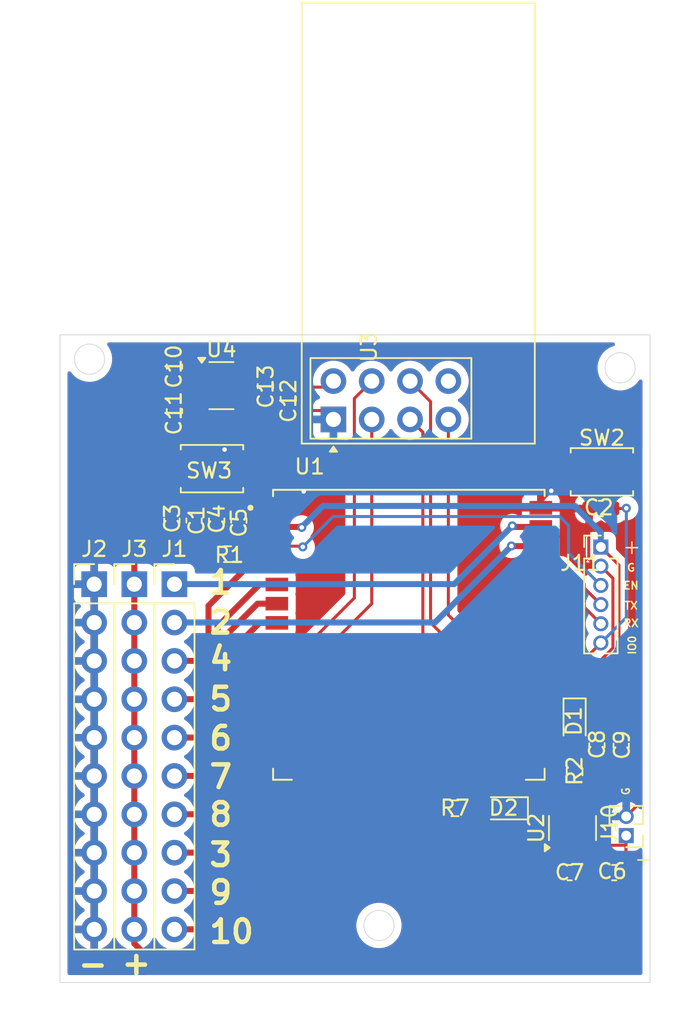
<source format=kicad_pcb>
(kicad_pcb (version 20241229) (generator "pcbnew") (generator_version "9.0")
  (layers (0 "F.Cu" signal) (2 "B.Cu" signal) (13 "F.Paste" user) (15 "B.Paste" user) (5 "F.SilkS" user "F.Silkscreen") (7 "B.SilkS" user "B.Silkscreen") (1 "F.Mask" user) (3 "B.Mask" user) (25 "Edge.Cuts" user))
  (net 0 "")
  (net 1 "/EN")
  (net 2 "GND")
  (net 3 "/IO0")
  (net 4 "+3V3")
  (net 5 "+5V")
  (net 6 "+3.3VA")
  (net 7 "Net-(D1-A)")
  (net 8 "Net-(D2-A)")
  (net 9 "Net-(J1-Pin_5)")
  (net 10 "Net-(J1-Pin_10)")
  (net 11 "Net-(J1-Pin_8)")
  (net 12 "Net-(J1-Pin_6)")
  (net 13 "Net-(J1-Pin_7)")
  (net 14 "Net-(J1-Pin_9)")
  (net 15 "Net-(J1-Pin_2)")
  (net 16 "Net-(J1-Pin_3)")
  (net 17 "Net-(J1-Pin_1)")
  (net 18 "Net-(J1-Pin_4)")
  (net 19 "Net-(J11-Pin_4)")
  (net 20 "Net-(J11-Pin_5)")
  (net 21 "Net-(U1-IO14)")
  (net 22 "/CSN")
  (net 32 "/CE")
  (net 33 "/MISO")
  (net 40 "/SCK")
  (net 43 "/MOSI")
  (footprint "LED_SMD:LED_0603_1608Metric_Pad1.05x0.95mm_HandSolder" (layer "F.Cu") (at 148.06 52.5925 -90)
    (property "Reference" "D1" (at -0.1525 0.05 90) (layer "F.SilkS"))
    (property "Value" "LED")
    (pad "1" smd roundrect (at -0.875 0 270) (size 1.05 0.95) (layers "F.Cu" "F.Mask" "F.Paste") (net 2 "GND"))
    (pad "2" smd roundrect (at 0.875 0 270) (size 1.05 0.95) (layers "F.Cu" "F.Mask" "F.Paste") (net 7 "Net-(D1-A)"))
  )
  (footprint "Connector_PinHeader_1.27mm:PinHeader_1x02_P1.27mm_Vertical" (layer "F.Cu") (at 151.48 60.02 180)
    (property "Reference" "J10" (at 1.11 0.76 90) (layer "F.SilkS"))
    (property "Value" "BAT")
    (pad "1" thru_hole rect (at 0 0 180) (size 1 1) (drill 0.65) (layers "*.Cu" "*.Mask") (net 5 "+5V"))
    (pad "2" thru_hole oval (at 0 1.27 180) (size 1 1) (drill 0.65) (layers "*.Cu" "*.Mask") (net 2 "GND"))
  )
  (footprint "ESP32-S3-WROOM-1U:XCVR_ESP32-S3-WROOM-1U" (layer "F.Cu") (at 137.07 46.72)
    (property "Reference" "U1" (at -6.575 -11.135 0) (layer "F.SilkS"))
    (property "Value" "ESP32-S3-WROOM-1U")
    (pad "1" smd rect (at -8.75 -8.41) (size 1.5 0.9) (layers "F.Cu" "F.Mask" "F.Paste") (net 2 "GND"))
    (pad "2" smd rect (at -8.75 -7.14) (size 1.5 0.9) (layers "F.Cu" "F.Mask" "F.Paste") (net 4 "+3V3"))
    (pad "3" smd rect (at -8.75 -5.87) (size 1.5 0.9) (layers "F.Cu" "F.Mask" "F.Paste") (net 1 "/EN"))
    (pad "4" smd rect (at -8.75 -4.6) (size 1.5 0.9) (layers "F.Cu" "F.Mask" "F.Paste") (net 16 "Net-(J1-Pin_3)"))
    (pad "5" smd rect (at -8.75 -3.33) (size 1.5 0.9) (layers "F.Cu" "F.Mask" "F.Paste") (net 18 "Net-(J1-Pin_4)"))
    (pad "6" smd rect (at -8.75 -2.06) (size 1.5 0.9) (layers "F.Cu" "F.Mask" "F.Paste") (net 9 "Net-(J1-Pin_5)"))
    (pad "7" smd rect (at -8.75 -0.79) (size 1.5 0.9) (layers "F.Cu" "F.Mask" "F.Paste") (net 12 "Net-(J1-Pin_6)"))
    (pad "8" smd rect (at -8.75 0.48) (size 1.5 0.9) (layers "F.Cu" "F.Mask" "F.Paste"))
    (pad "9" smd rect (at -8.75 1.75) (size 1.5 0.9) (layers "F.Cu" "F.Mask" "F.Paste") (net 22 "/CSN"))
    (pad "10" smd rect (at -8.75 3.02) (size 1.5 0.9) (layers "F.Cu" "F.Mask" "F.Paste") (net 32 "/CE"))
    (pad "11" smd rect (at -8.75 4.29) (size 1.5 0.9) (layers "F.Cu" "F.Mask" "F.Paste"))
    (pad "12" smd rect (at -8.75 5.56) (size 1.5 0.9) (layers "F.Cu" "F.Mask" "F.Paste") (net 13 "Net-(J1-Pin_7)"))
    (pad "13" smd rect (at -8.75 6.83) (size 1.5 0.9) (layers "F.Cu" "F.Mask" "F.Paste"))
    (pad "14" smd rect (at -8.75 8.1) (size 1.5 0.9) (layers "F.Cu" "F.Mask" "F.Paste"))
    (pad "15" smd rect (at -6.985 9.35) (size 0.9 1.5) (layers "F.Cu" "F.Mask" "F.Paste") (net 11 "Net-(J1-Pin_8)"))
    (pad "16" smd rect (at -5.715 9.35) (size 0.9 1.5) (layers "F.Cu" "F.Mask" "F.Paste"))
    (pad "17" smd rect (at -4.445 9.35) (size 0.9 1.5) (layers "F.Cu" "F.Mask" "F.Paste") (net 14 "Net-(J1-Pin_9)"))
    (pad "18" smd rect (at -3.175 9.35) (size 0.9 1.5) (layers "F.Cu" "F.Mask" "F.Paste") (net 10 "Net-(J1-Pin_10)"))
    (pad "19" smd rect (at -1.905 9.35) (size 0.9 1.5) (layers "F.Cu" "F.Mask" "F.Paste"))
    (pad "20" smd rect (at -0.635 9.35) (size 0.9 1.5) (layers "F.Cu" "F.Mask" "F.Paste"))
    (pad "21" smd rect (at 0.635 9.35) (size 0.9 1.5) (layers "F.Cu" "F.Mask" "F.Paste"))
    (pad "22" smd rect (at 1.905 9.35) (size 0.9 1.5) (layers "F.Cu" "F.Mask" "F.Paste") (net 21 "Net-(U1-IO14)"))
    (pad "23" smd rect (at 3.175 9.35) (size 0.9 1.5) (layers "F.Cu" "F.Mask" "F.Paste"))
    (pad "24" smd rect (at 4.445 9.35) (size 0.9 1.5) (layers "F.Cu" "F.Mask" "F.Paste"))
    (pad "25" smd rect (at 5.715 9.35) (size 0.9 1.5) (layers "F.Cu" "F.Mask" "F.Paste"))
    (pad "26" smd rect (at 6.985 9.35) (size 0.9 1.5) (layers "F.Cu" "F.Mask" "F.Paste"))
    (pad "27" smd rect (at 8.75 8.1) (size 1.5 0.9) (layers "F.Cu" "F.Mask" "F.Paste") (net 3 "/IO0"))
    (pad "28" smd rect (at 8.75 6.83) (size 1.5 0.9) (layers "F.Cu" "F.Mask" "F.Paste") (net 40 "/SCK"))
    (pad "29" smd rect (at 8.75 5.56) (size 1.5 0.9) (layers "F.Cu" "F.Mask" "F.Paste") (net 43 "/MOSI"))
    (pad "30" smd rect (at 8.75 4.29) (size 1.5 0.9) (layers "F.Cu" "F.Mask" "F.Paste") (net 33 "/MISO"))
    (pad "31" smd rect (at 8.75 3.02) (size 1.5 0.9) (layers "F.Cu" "F.Mask" "F.Paste"))
    (pad "32" smd rect (at 8.75 1.75) (size 1.5 0.9) (layers "F.Cu" "F.Mask" "F.Paste"))
    (pad "33" smd rect (at 8.75 0.48) (size 1.5 0.9) (layers "F.Cu" "F.Mask" "F.Paste"))
    (pad "34" smd rect (at 8.75 -0.79) (size 1.5 0.9) (layers "F.Cu" "F.Mask" "F.Paste"))
    (pad "35" smd rect (at 8.75 -2.06) (size 1.5 0.9) (layers "F.Cu" "F.Mask" "F.Paste"))
    (pad "36" smd rect (at 8.75 -3.33) (size 1.5 0.9) (layers "F.Cu" "F.Mask" "F.Paste") (net 20 "Net-(J11-Pin_5)"))
    (pad "37" smd rect (at 8.75 -4.6) (size 1.5 0.9) (layers "F.Cu" "F.Mask" "F.Paste") (net 19 "Net-(J11-Pin_4)"))
    (pad "38" smd rect (at 8.75 -5.87) (size 1.5 0.9) (layers "F.Cu" "F.Mask" "F.Paste") (net 15 "Net-(J1-Pin_2)"))
    (pad "39" smd rect (at 8.75 -7.14) (size 1.5 0.9) (layers "F.Cu" "F.Mask" "F.Paste") (net 17 "Net-(J1-Pin_1)"))
    (pad "40" smd rect (at 8.75 -8.41) (size 1.5 0.9) (layers "F.Cu" "F.Mask" "F.Paste") (net 2 "GND"))
  )
  (footprint "Package_TO_SOT_SMD:SOT-23-5" (layer "F.Cu") (at 147.92 59.52 90)
    (property "Reference" "U2" (at 0 -2.4 90) (layer "F.SilkS"))
    (property "Value" "MIC5219-3.3YM5")
    (pad "1" smd roundrect (at -1.1375 -0.95 90) (size 1.325 0.6) (layers "F.Cu" "F.Mask" "F.Paste") (net 5 "+5V"))
    (pad "2" smd roundrect (at -1.1375 0 90) (size 1.325 0.6) (layers "F.Cu" "F.Mask" "F.Paste") (net 2 "GND"))
    (pad "3" smd roundrect (at -1.1375 0.95 90) (size 1.325 0.6) (layers "F.Cu" "F.Mask" "F.Paste") (net 5 "+5V"))
    (pad "4" smd roundrect (at 1.1375 0.95 90) (size 1.325 0.6) (layers "F.Cu" "F.Mask" "F.Paste"))
    (pad "5" smd roundrect (at 1.1375 -0.95 90) (size 1.325 0.6) (layers "F.Cu" "F.Mask" "F.Paste") (net 4 "+3V3"))
  )
  (footprint "Capacitor_SMD:C_0603_1608Metric" (layer "F.Cu") (at 122.83 39.15 90)
    (property "Reference" "C1" (at 0 0.17 90) (layer "F.SilkS"))
    (property "Value" "1uF")
    (pad "1" smd roundrect (at -0.775 0 90) (size 0.9 0.95) (layers "F.Cu" "F.Mask" "F.Paste") (net 1 "/EN"))
    (pad "2" smd roundrect (at 0.775 0 90) (size 0.9 0.95) (layers "F.Cu" "F.Mask" "F.Paste") (net 2 "GND"))
  )
  (footprint "Capacitor_SMD:C_0603_1608Metric" (layer "F.Cu") (at 149.8 38.36 180)
    (property "Reference" "C2" (at 0.14058 0.07 0) (layer "F.SilkS"))
    (property "Value" "0.1uF")
    (pad "1" smd roundrect (at -0.775 0 180) (size 0.9 0.95) (layers "F.Cu" "F.Mask" "F.Paste") (net 3 "/IO0"))
    (pad "2" smd roundrect (at 0.775 0 180) (size 0.9 0.95) (layers "F.Cu" "F.Mask" "F.Paste") (net 2 "GND"))
  )
  (footprint "Capacitor_SMD:C_0603_1608Metric" (layer "F.Cu") (at 121.53 28.96 -90)
    (property "Reference" "C10" (at 0 0.04 90) (layer "F.SilkS"))
    (property "Value" "0.1uF")
    (pad "1" smd roundrect (at -0.775 0 270) (size 0.9 0.95) (layers "F.Cu" "F.Mask" "F.Paste") (net 5 "+5V"))
    (pad "2" smd roundrect (at 0.775 0 270) (size 0.9 0.95) (layers "F.Cu" "F.Mask" "F.Paste") (net 2 "GND"))
  )
  (footprint "LED_SMD:LED_0603_1608Metric_Pad1.05x0.95mm_HandSolder" (layer "F.Cu") (at 143.305 58.21 180)
    (property "Reference" "D2" (at -0.045 0.03 0) (layer "F.SilkS"))
    (property "Value" "LED")
    (pad "1" smd roundrect (at -0.875 0 180) (size 1.05 0.95) (layers "F.Cu" "F.Mask" "F.Paste") (net 2 "GND"))
    (pad "2" smd roundrect (at 0.875 0 180) (size 1.05 0.95) (layers "F.Cu" "F.Mask" "F.Paste") (net 8 "Net-(D2-A)"))
  )
  (footprint "Resistor_SMD:R_0603_1608Metric" (layer "F.Cu") (at 148.06 55.79 90)
    (property "Reference" "R2" (at 0.05 0 90) (layer "F.SilkS"))
    (property "Value" "10K")
    (pad "1" smd roundrect (at -0.825 0 90) (size 0.8 0.95) (layers "F.Cu" "F.Mask" "F.Paste") (net 4 "+3V3"))
    (pad "2" smd roundrect (at 0.825 0 90) (size 0.8 0.95) (layers "F.Cu" "F.Mask" "F.Paste") (net 7 "Net-(D1-A)"))
  )
  (footprint "Package_TO_SOT_SMD:SOT-23-5" (layer "F.Cu") (at 124.6425 30.22)
    (property "Reference" "U4" (at 0 -2.4 0) (layer "F.SilkS"))
    (property "Value" "MIC5219-3.3YM5")
    (pad "1" smd roundrect (at -1.1375 -0.95) (size 1.325 0.6) (layers "F.Cu" "F.Mask" "F.Paste") (net 5 "+5V"))
    (pad "2" smd roundrect (at -1.1375 0) (size 1.325 0.6) (layers "F.Cu" "F.Mask" "F.Paste") (net 2 "GND"))
    (pad "3" smd roundrect (at -1.1375 0.95) (size 1.325 0.6) (layers "F.Cu" "F.Mask" "F.Paste") (net 5 "+5V"))
    (pad "4" smd roundrect (at 1.1375 0.95) (size 1.325 0.6) (layers "F.Cu" "F.Mask" "F.Paste"))
    (pad "5" smd roundrect (at 1.1375 -0.95) (size 1.325 0.6) (layers "F.Cu" "F.Mask" "F.Paste") (net 6 "+3.3VA"))
  )
  (footprint "Capacitor_SMD:C_0603_1608Metric" (layer "F.Cu") (at 121.53 31.915 90)
    (property "Reference" "C11" (at -0.14058 -0.04 90) (layer "F.SilkS"))
    (property "Value" "0.1uF")
    (pad "1" smd roundrect (at -0.775 0 90) (size 0.9 0.95) (layers "F.Cu" "F.Mask" "F.Paste") (net 5 "+5V"))
    (pad "2" smd roundrect (at 0.775 0 90) (size 0.9 0.95) (layers "F.Cu" "F.Mask" "F.Paste") (net 2 "GND"))
  )
  (footprint "Capacitor_SMD:C_0603_1608Metric" (layer "F.Cu") (at 149.54 54.04 90)
    (property "Reference" "C8" (at 0.06 0.01 90) (layer "F.SilkS"))
    (property "Value" "0.1uF")
    (pad "1" smd roundrect (at -0.775 0 90) (size 0.9 0.95) (layers "F.Cu" "F.Mask" "F.Paste") (net 4 "+3V3"))
    (pad "2" smd roundrect (at 0.775 0 90) (size 0.9 0.95) (layers "F.Cu" "F.Mask" "F.Paste") (net 2 "GND"))
  )
  (footprint "Button_Switch_SMD:SW_Push_SPST_NO_Alps_SKRK" (layer "F.Cu") (at 149.87 35.93)
    (property "Reference" "SW2" (at 0 -2.25 0) (layer "F.SilkS"))
    (property "Value" "SW_Push")
    (pad "1" smd roundrect (at -2.1 0) (size 0.8 2) (layers "F.Cu" "F.Mask" "F.Paste") (net 2 "GND"))
    (pad "2" smd roundrect (at 2.1 0) (size 0.8 2) (layers "F.Cu" "F.Mask" "F.Paste") (net 3 "/IO0"))
  )
  (footprint "Resistor_SMD:R_0603_1608Metric" (layer "F.Cu") (at 140.13 58.21)
    (property "Reference" "R7" (at 0 -0.03 0) (layer "F.SilkS"))
    (property "Value" "10K")
    (pad "1" smd roundrect (at -0.825 0) (size 0.8 0.95) (layers "F.Cu" "F.Mask" "F.Paste") (net 21 "Net-(U1-IO14)"))
    (pad "2" smd roundrect (at 0.825 0) (size 0.8 0.95) (layers "F.Cu" "F.Mask" "F.Paste") (net 8 "Net-(D2-A)"))
  )
  (footprint "Capacitor_SMD:C_0603_1608Metric" (layer "F.Cu") (at 129.08 31.095 -90)
    (property "Reference" "C12" (at 0.14058 -0.01 90) (layer "F.SilkS"))
    (property "Value" "0.1uF")
    (pad "1" smd roundrect (at -0.775 0 270) (size 0.9 0.95) (layers "F.Cu" "F.Mask" "F.Paste") (net 6 "+3.3VA"))
    (pad "2" smd roundrect (at 0.775 0 270) (size 0.9 0.95) (layers "F.Cu" "F.Mask" "F.Paste") (net 2 "GND"))
  )
  (footprint "Capacitor_SMD:C_0603_1608Metric" (layer "F.Cu") (at 147.73 62.47)
    (property "Reference" "C7" (at 0 -0.02 0) (layer "F.SilkS"))
    (property "Value" "0.1uF")
    (pad "1" smd roundrect (at -0.775 0) (size 0.9 0.95) (layers "F.Cu" "F.Mask" "F.Paste") (net 5 "+5V"))
    (pad "2" smd roundrect (at 0.775 0) (size 0.9 0.95) (layers "F.Cu" "F.Mask" "F.Paste") (net 2 "GND"))
  )
  (footprint "Capacitor_SMD:C_0603_1608Metric" (layer "F.Cu") (at 151.15 54.06 90)
    (property "Reference" "C9" (at 0.04 0.05 90) (layer "F.SilkS"))
    (property "Value" "0.1uF")
    (pad "1" smd roundrect (at -0.775 0 90) (size 0.9 0.95) (layers "F.Cu" "F.Mask" "F.Paste") (net 4 "+3V3"))
    (pad "2" smd roundrect (at 0.775 0 90) (size 0.9 0.95) (layers "F.Cu" "F.Mask" "F.Paste") (net 2 "GND"))
  )
  (footprint "Button_Switch_SMD:SW_Push_SPST_NO_Alps_SKRK" (layer "F.Cu") (at 124.02 35.72 180)
    (property "Reference" "SW3" (at 0.19 -0.13 0) (layer "F.SilkS"))
    (property "Value" "SW_Push")
    (pad "1" smd roundrect (at -2.1 0 180) (size 0.8 2) (layers "F.Cu" "F.Mask" "F.Paste") (net 2 "GND"))
    (pad "2" smd roundrect (at 2.1 0 180) (size 0.8 2) (layers "F.Cu" "F.Mask" "F.Paste") (net 1 "/EN"))
  )
  (footprint "Connector_PinHeader_2.54mm:PinHeader_1x10_P2.54mm_Vertical" (layer "F.Cu") (at 118.87 43.37)
    (property "Reference" "J3" (at 0 -2.33 0) (layer "F.SilkS"))
    (property "Value" "Conn_01x10_Pin")
    (pad "1" thru_hole rect (at 0 0) (size 1.7 1.7) (drill 1) (layers "*.Cu" "*.Mask") (net 5 "+5V"))
    (pad "2" thru_hole oval (at 0 2.54) (size 1.7 1.7) (drill 1) (layers "*.Cu" "*.Mask") (net 5 "+5V"))
    (pad "3" thru_hole oval (at 0 5.08) (size 1.7 1.7) (drill 1) (layers "*.Cu" "*.Mask") (net 5 "+5V"))
    (pad "4" thru_hole oval (at 0 7.62) (size 1.7 1.7) (drill 1) (layers "*.Cu" "*.Mask") (net 5 "+5V"))
    (pad "5" thru_hole oval (at 0 10.16) (size 1.7 1.7) (drill 1) (layers "*.Cu" "*.Mask") (net 5 "+5V"))
    (pad "6" thru_hole oval (at 0 12.7) (size 1.7 1.7) (drill 1) (layers "*.Cu" "*.Mask") (net 5 "+5V"))
    (pad "7" thru_hole oval (at 0 15.24) (size 1.7 1.7) (drill 1) (layers "*.Cu" "*.Mask") (net 5 "+5V"))
    (pad "8" thru_hole oval (at 0 17.78) (size 1.7 1.7) (drill 1) (layers "*.Cu" "*.Mask") (net 5 "+5V"))
    (pad "9" thru_hole oval (at 0 20.32) (size 1.7 1.7) (drill 1) (layers "*.Cu" "*.Mask") (net 5 "+5V"))
    (pad "10" thru_hole oval (at 0 22.86) (size 1.7 1.7) (drill 1) (layers "*.Cu" "*.Mask") (net 5 "+5V"))
  )
  (footprint "Connector_PinHeader_2.54mm:PinHeader_1x10_P2.54mm_Vertical" (layer "F.Cu") (at 116.21 43.37)
    (property "Reference" "J2" (at 0 -2.33 0) (layer "F.SilkS"))
    (property "Value" "Conn_01x10_Pin")
    (pad "1" thru_hole rect (at 0 0) (size 1.7 1.7) (drill 1) (layers "*.Cu" "*.Mask") (net 2 "GND"))
    (pad "2" thru_hole oval (at 0 2.54) (size 1.7 1.7) (drill 1) (layers "*.Cu" "*.Mask") (net 2 "GND"))
    (pad "3" thru_hole oval (at 0 5.08) (size 1.7 1.7) (drill 1) (layers "*.Cu" "*.Mask") (net 2 "GND"))
    (pad "4" thru_hole oval (at 0 7.62) (size 1.7 1.7) (drill 1) (layers "*.Cu" "*.Mask") (net 2 "GND"))
    (pad "5" thru_hole oval (at 0 10.16) (size 1.7 1.7) (drill 1) (layers "*.Cu" "*.Mask") (net 2 "GND"))
    (pad "6" thru_hole oval (at 0 12.7) (size 1.7 1.7) (drill 1) (layers "*.Cu" "*.Mask") (net 2 "GND"))
    (pad "7" thru_hole oval (at 0 15.24) (size 1.7 1.7) (drill 1) (layers "*.Cu" "*.Mask") (net 2 "GND"))
    (pad "8" thru_hole oval (at 0 17.78) (size 1.7 1.7) (drill 1) (layers "*.Cu" "*.Mask") (net 2 "GND"))
    (pad "9" thru_hole oval (at 0 20.32) (size 1.7 1.7) (drill 1) (layers "*.Cu" "*.Mask") (net 2 "GND"))
    (pad "10" thru_hole oval (at 0 22.86) (size 1.7 1.7) (drill 1) (layers "*.Cu" "*.Mask") (net 2 "GND"))
  )
  (footprint "Connector_PinHeader_2.54mm:PinHeader_1x10_P2.54mm_Vertical" (layer "F.Cu") (at 121.53 43.37)
    (property "Reference" "J1" (at 0 -2.33 0) (layer "F.SilkS"))
    (property "Value" "Conn_01x10_Pin")
    (pad "1" thru_hole rect (at 0 0) (size 1.7 1.7) (drill 1) (layers "*.Cu" "*.Mask") (net 17 "Net-(J1-Pin_1)"))
    (pad "2" thru_hole oval (at 0 2.54) (size 1.7 1.7) (drill 1) (layers "*.Cu" "*.Mask") (net 15 "Net-(J1-Pin_2)"))
    (pad "3" thru_hole oval (at 0 5.08) (size 1.7 1.7) (drill 1) (layers "*.Cu" "*.Mask") (net 16 "Net-(J1-Pin_3)"))
    (pad "4" thru_hole oval (at 0 7.62) (size 1.7 1.7) (drill 1) (layers "*.Cu" "*.Mask") (net 18 "Net-(J1-Pin_4)"))
    (pad "5" thru_hole oval (at 0 10.16) (size 1.7 1.7) (drill 1) (layers "*.Cu" "*.Mask") (net 9 "Net-(J1-Pin_5)"))
    (pad "6" thru_hole oval (at 0 12.7) (size 1.7 1.7) (drill 1) (layers "*.Cu" "*.Mask") (net 12 "Net-(J1-Pin_6)"))
    (pad "7" thru_hole oval (at 0 15.24) (size 1.7 1.7) (drill 1) (layers "*.Cu" "*.Mask") (net 13 "Net-(J1-Pin_7)"))
    (pad "8" thru_hole oval (at 0 17.78) (size 1.7 1.7) (drill 1) (layers "*.Cu" "*.Mask") (net 11 "Net-(J1-Pin_8)"))
    (pad "9" thru_hole oval (at 0 20.32) (size 1.7 1.7) (drill 1) (layers "*.Cu" "*.Mask") (net 14 "Net-(J1-Pin_9)"))
    (pad "10" thru_hole oval (at 0 22.86) (size 1.7 1.7) (drill 1) (layers "*.Cu" "*.Mask") (net 10 "Net-(J1-Pin_10)"))
  )
  (footprint "Capacitor_SMD:C_0603_1608Metric" (layer "F.Cu") (at 121.36 39.16 90)
    (property "Reference" "C3" (at 0.14058 0.02 90) (layer "F.SilkS"))
    (property "Value" "0.1uF")
    (pad "1" smd roundrect (at -0.775 0 90) (size 0.9 0.95) (layers "F.Cu" "F.Mask" "F.Paste") (net 1 "/EN"))
    (pad "2" smd roundrect (at 0.775 0 90) (size 0.9 0.95) (layers "F.Cu" "F.Mask" "F.Paste") (net 2 "GND"))
  )
  (footprint "Capacitor_SMD:C_0603_1608Metric" (layer "F.Cu") (at 125.8 39.16 -90)
    (property "Reference" "C5" (at 0.14058 0 90) (layer "F.SilkS"))
    (property "Value" "22uF")
    (pad "1" smd roundrect (at -0.775 0 270) (size 0.9 0.95) (layers "F.Cu" "F.Mask" "F.Paste") (net 2 "GND"))
    (pad "2" smd roundrect (at 0.775 0 270) (size 0.9 0.95) (layers "F.Cu" "F.Mask" "F.Paste") (net 4 "+3V3"))
  )
  (footprint "Capacitor_SMD:C_0603_1608Metric" (layer "F.Cu") (at 124.33 39.155 -90)
    (property "Reference" "C4" (at -0.105 -0.01 90) (layer "F.SilkS"))
    (property "Value" "0.1uF")
    (pad "1" smd roundrect (at -0.775 0 270) (size 0.9 0.95) (layers "F.Cu" "F.Mask" "F.Paste") (net 2 "GND"))
    (pad "2" smd roundrect (at 0.775 0 270) (size 0.9 0.95) (layers "F.Cu" "F.Mask" "F.Paste") (net 4 "+3V3"))
  )
  (footprint "Connector_PinHeader_1.27mm:PinHeader_1x06_P1.27mm_Vertical" (layer "F.Cu") (at 149.8 40.91)
    (property "Reference" "J11" (at -1.36 1.06 0) (layer "F.SilkS"))
    (property "Value" "Conn_01x06_Pin")
    (pad "1" thru_hole rect (at 0 0) (size 1 1) (drill 0.65) (layers "*.Cu" "*.Mask") (net 4 "+3V3"))
    (pad "2" thru_hole oval (at 0 1.27) (size 1 1) (drill 0.65) (layers "*.Cu" "*.Mask") (net 2 "GND"))
    (pad "3" thru_hole oval (at 0 2.54) (size 1 1) (drill 0.65) (layers "*.Cu" "*.Mask") (net 1 "/EN"))
    (pad "4" thru_hole oval (at 0 3.81) (size 1 1) (drill 0.65) (layers "*.Cu" "*.Mask") (net 19 "Net-(J11-Pin_4)"))
    (pad "5" thru_hole oval (at 0 5.08) (size 1 1) (drill 0.65) (layers "*.Cu" "*.Mask") (net 20 "Net-(J11-Pin_5)"))
    (pad "6" thru_hole oval (at 0 6.35) (size 1 1) (drill 0.65) (layers "*.Cu" "*.Mask") (net 3 "/IO0"))
  )
  (footprint "Capacitor_SMD:C_0603_1608Metric" (layer "F.Cu") (at 150.69 62.47 180)
    (property "Reference" "C6" (at 0.14058 0.09 0) (layer "F.SilkS"))
    (property "Value" "0.1uF")
    (pad "1" smd roundrect (at -0.775 0 180) (size 0.9 0.95) (layers "F.Cu" "F.Mask" "F.Paste") (net 5 "+5V"))
    (pad "2" smd roundrect (at 0.775 0 180) (size 0.9 0.95) (layers "F.Cu" "F.Mask" "F.Paste") (net 2 "GND"))
  )
  (footprint "Resistor_SMD:R_0603_1608Metric" (layer "F.Cu") (at 125.05 41.38)
    (property "Reference" "R1" (at 0.12 0.06 0) (layer "F.SilkS"))
    (property "Value" "10K")
    (pad "1" smd roundrect (at -0.825 0) (size 0.8 0.95) (layers "F.Cu" "F.Mask" "F.Paste") (net 4 "+3V3"))
    (pad "2" smd roundrect (at 0.825 0) (size 0.8 0.95) (layers "F.Cu" "F.Mask" "F.Paste") (net 1 "/EN"))
  )
  (footprint "RF_Module:nRF24L01_Breakout" (layer "F.Cu") (at 132.07 32.46 90)
    (property "Reference" "U3" (at 4.79 2.36 90) (layer "F.SilkS"))
    (property "Value" "NRF24L01_Breakout")
    (pad "1" thru_hole rect (at 0 0 90) (size 1.7 1.7) (drill 1) (layers "*.Cu" "*.Mask") (net 2 "GND"))
    (pad "2" thru_hole circle (at 2.54 0 90) (size 1.7 1.7) (drill 1) (layers "*.Cu" "*.Mask") (net 6 "+3.3VA"))
    (pad "3" thru_hole circle (at 0 2.54 90) (size 1.7 1.7) (drill 1) (layers "*.Cu" "*.Mask") (net 32 "/CE"))
    (pad "4" thru_hole circle (at 2.54 2.54 90) (size 1.7 1.7) (drill 1) (layers "*.Cu" "*.Mask") (net 22 "/CSN"))
    (pad "5" thru_hole circle (at 0 5.08 90) (size 1.7 1.7) (drill 1) (layers "*.Cu" "*.Mask") (net 40 "/SCK"))
    (pad "6" thru_hole circle (at 2.54 5.08 90) (size 1.7 1.7) (drill 1) (layers "*.Cu" "*.Mask") (net 43 "/MOSI"))
    (pad "7" thru_hole circle (at 0 7.62 90) (size 1.7 1.7) (drill 1) (layers "*.Cu" "*.Mask") (net 33 "/MISO"))
    (pad "8" thru_hole circle (at 2.54 7.62 90) (size 1.7 1.7) (drill 1) (layers "*.Cu" "*.Mask"))
  )
  (footprint "Capacitor_SMD:C_0603_1608Metric" (layer "F.Cu") (at 127.56 30.25 -90)
    (property "Reference" "C13" (at 0.04 -0.02 90) (layer "F.SilkS"))
    (property "Value" "0.1uF")
    (pad "1" smd roundrect (at -0.775 0 270) (size 0.9 0.95) (layers "F.Cu" "F.Mask" "F.Paste") (net 6 "+3.3VA"))
    (pad "2" smd roundrect (at 0.775 0 270) (size 0.9 0.95) (layers "F.Cu" "F.Mask" "F.Paste") (net 2 "GND"))
  )
  (gr_rect (start 113.94 26.86) (end 153.06 69.75) (stroke (width 0.05)) (fill no) (layer "Edge.Cuts"))
  (gr_circle (center 115.9 28.47) (end 116.9 28.47) (stroke (width 0.05)) (fill no) (layer "Edge.Cuts"))
  (gr_circle (center 151.08 29.04) (end 152.08 29.04) (stroke (width 0.05)) (fill no) (layer "Edge.Cuts"))
  (gr_circle (center 135.09 65.97) (end 136.09 65.97) (stroke (width 0.05)) (fill no) (layer "Edge.Cuts"))
  (gr_text "7" (at 123.69 57 0) (layer "F.SilkS") (effects (font (size 1.5 1.5) (thickness 0.3) (bold yes)) (justify left bottom)))
  (gr_text "3" (at 123.69 62.17 0) (layer "F.SilkS") (effects (font (size 1.5 1.5) (thickness 0.3) (bold yes)) (justify left bottom)))
  (gr_text "1" (at 123.69 44.13 0) (layer "F.SilkS") (effects (font (size 1.5 1.5) (thickness 0.3) (bold yes)) (justify left bottom)))
  (gr_text "IO0\n" (at 152.17 48.09 90) (layer "F.SilkS") (effects (font (size 0.5 0.5) (thickness 0.1)) (justify left bottom)))
  (gr_text "6" (at 123.69 54.45 0) (layer "F.SilkS") (effects (font (size 1.5 1.5) (thickness 0.3) (bold yes)) (justify left bottom)))
  (gr_text "TX\n" (at 151.309429 45.08 0) (layer "F.SilkS") (effects (font (size 0.5 0.5) (thickness 0.1)) (justify left bottom)))
  (gr_text "-" (at 115 69.39 0) (layer "F.SilkS") (effects (font (size 1.5 1.5) (thickness 0.3) (bold yes)) (justify left bottom)))
  (gr_text "8" (at 123.69 59.5 0) (layer "F.SilkS") (effects (font (size 1.5 1.5) (thickness 0.3) (bold yes)) (justify left bottom)))
  (gr_text "4" (at 123.69 49.2 0) (layer "F.SilkS") (effects (font (size 1.5 1.5) (thickness 0.3) (bold yes)) (justify left bottom)))
  (gr_text "+" (at 117.88 69.33 0) (layer "F.SilkS") (effects (font (size 1.5 1.5) (thickness 0.3) (bold yes)) (justify left bottom)))
  (gr_text "EN" (at 151.249905 43.75 0) (layer "F.SilkS") (effects (font (size 0.5 0.5) (thickness 0.1) (bold yes)) (justify left bottom)))
  (gr_text "RX\n" (at 151.249905 46.25 0) (layer "F.SilkS") (effects (font (size 0.5 0.5) (thickness 0.1)) (justify left bottom)))
  (gr_text "5" (at 123.69 51.86 0) (layer "F.SilkS") (effects (font (size 1.5 1.5) (thickness 0.3) (bold yes)) (justify left bottom)))
  (gr_text "9" (at 123.69 64.67 0) (layer "F.SilkS") (effects (font (size 1.5 1.5) (thickness 0.3) (bold yes)) (justify left bottom)))
  (gr_text "G" (at 151.75 57.4 90) (layer "F.SilkS") (effects (font (size 0.5 0.5) (thickness 0.1)) (justify left bottom)))
  (gr_text "G" (at 151.488 42.57 0) (layer "F.SilkS") (effects (font (size 0.5 0.5) (thickness 0.1)) (justify left bottom)))
  (gr_text "2" (at 123.69 46.77 0) (layer "F.SilkS") (effects (font (size 1.5 1.5) (thickness 0.3) (bold yes)) (justify left bottom)))
  (gr_text "+" (at 151.168953 41.46 0) (layer "F.SilkS") (effects (font (size 1 1) (thickness 0.1)) (justify left bottom)))
  (gr_text "10" (at 123.69 67.26 0) (layer "F.SilkS") (effects (font (size 1.5 1.5) (thickness 0.3) (bold yes)) (justify left bottom)))
  (gr_text "+" (at 151.95 62.14 0) (layer "F.SilkS") (effects (font (size 1 1) (thickness 0.1)) (justify left bottom)))
  (segment (start 121.92 35.72) (end 120.584 37.056) (width 0.2) (layer "F.Cu") (net 1))
  (segment (start 121.36 39.935) (end 122.82 39.935) (width 0.4) (layer "F.Cu") (net 1))
  (segment (start 123.811936 42.156) (end 122.83 41.174064) (width 0.2) (layer "F.Cu") (net 1))
  (segment (start 120.584 39.159) (end 121.36 39.935) (width 0.2) (layer "F.Cu") (net 1))
  (segment (start 122.83 41.174064) (end 122.83 39.925) (width 0.2) (layer "F.Cu") (net 1))
  (segment (start 129.99 40.85) (end 130.04 40.9) (width 0.2) (layer "F.Cu") (net 1))
  (segment (start 125.875 41.38) (end 126.405 40.85) (width 0.2) (layer "F.Cu") (net 1))
  (segment (start 125.875 41.38) (end 125.099 42.156) (width 0.2) (layer "F.Cu") (net 1))
  (segment (start 125.099 42.156) (end 123.811936 42.156) (width 0.2) (layer "F.Cu") (net 1))
  (segment (start 128.32 40.85) (end 129.99 40.85) (width 0.2) (layer "F.Cu") (net 1))
  (segment (start 120.584 37.056) (end 120.584 39.159) (width 0.2) (layer "F.Cu") (net 1))
  (segment (start 122.82 39.935) (end 122.83 39.925) (width 0.4) (layer "F.Cu") (net 1))
  (segment (start 126.405 40.85) (end 128.32 40.85) (width 0.2) (layer "F.Cu") (net 1))
  (via (at 130.04 40.9) (size 0.6) (drill 0.3) (layers "F.Cu" "B.Cu") (net 1))
  (segment (start 147.072893 38.89) (end 147.66 39.477107) (width 0.2) (layer "B.Cu") (net 1))
  (segment (start 130.04 40.9) (end 132.05 38.89) (width 0.2) (layer "B.Cu") (net 1))
  (segment (start 147.66 41.31) (end 149.8 43.45) (width 0.2) (layer "B.Cu") (net 1))
  (segment (start 132.05 38.89) (end 147.072893 38.89) (width 0.2) (layer "B.Cu") (net 1))
  (segment (start 147.66 39.477107) (end 147.66 41.31) (width 0.2) (layer "B.Cu") (net 1))
  (segment (start 132.07 34.56) (end 128.32 38.31) (width 0.2) (layer "F.Cu") (net 2))
  (segment (start 149.8 42.18) (end 149.468 42.18) (width 0.2) (layer "F.Cu") (net 2))
  (segment (start 149.025 38.36) (end 149.025 37.185) (width 0.2) (layer "F.Cu") (net 2))
  (segment (start 147.92 60.6575) (end 147.92 61.885) (width 0.2) (layer "F.Cu") (net 2))
  (segment (start 152.22 54.16) (end 151.325 53.265) (width 0.2) (layer "F.Cu") (net 2))
  (segment (start 128.245 38.385) (end 128.32 38.31) (width 0.2) (layer "F.Cu") (net 2))
  (segment (start 126.12 38.065) (end 125.8 38.385) (width 0.2) (layer "F.Cu") (net 2))
  (segment (start 123.505 30.22) (end 122.015 30.22) (width 0.2) (layer "F.Cu") (net 2))
  (segment (start 147.618999 59.694) (end 147.697499 59.772501) (width 0.2) (layer "F.Cu") (net 2))
  (segment (start 148.999 41.711) (end 148.999 38.386) (width 0.2) (layer "F.Cu") (net 2))
  (segment (start 129.08 31.87) (end 131.48 31.87) (width 0.2) (layer "F.Cu") (net 2))
  (segment (start 152.22 58.01) (end 152.22 54.16) (width 0.2) (layer "F.Cu") (net 2))
  (segment (start 129.4 37.23) (end 130.1 37.23) (width 0.2) (layer "F.Cu") (net 2))
  (segment (start 150.601 47.591785) (end 148.06 50.132787) (width 0.2) (layer "F.Cu") (net 2))
  (segment (start 148.06 50.132787) (end 148.06 51.7175) (width 0.2) (layer "F.Cu") (net 2))
  (segment (start 149.915 62.47) (end 148.505 62.47) (width 0.2) (layer "F.Cu") (net 2))
  (segment (start 126.755 30.22) (end 123.505 30.22) (width 0.2) (layer "F.Cu") (net 2))
  (segment (start 132.07 32.46) (end 132.07 34.56) (width 0.2) (layer "F.Cu") (net 2))
  (segment (start 128.32 38.31) (end 129.4 37.23) (width 0.2) (layer "F.Cu") (net 2))
  (segment (start 145.82 37.88) (end 146.515 37.185) (width 0.2) (layer "F.Cu") (net 2))
  (segment (start 145.82 38.31) (end 145.82 37.88) (width 0.2) (layer "F.Cu") (net 2))
  (segment (start 124.819 34.419) (end 124.855 34.455) (width 0.2) (layer "F.Cu") (net 2))
  (segment (start 147.776 59.694) (end 147.697499 59.772501) (width 0.2) (layer "F.Cu") (net 2))
  (segment (start 146.515 37.185) (end 147.77 35.93) (width 0.2) (layer "F.Cu") (net 2))
  (segment (start 124.855 34.455) (end 126.12 35.72) (width 0.2) (layer "F.Cu") (net 2))
  (segment (start 122.015 30.22) (end 121.53 29.735) (width 0.2) (layer "F.Cu") (net 2))
  (segment (start 149.025 37.185) (end 147.77 35.93) (width 0.2) (layer "F.Cu") (net 2))
  (segment (start 149.81 58.75) (end 148.866 59.694) (width 0.2) (layer "F.Cu") (net 2))
  (segment (start 147.92 61.885) (end 148.505 62.47) (width 0.2) (layer "F.Cu") (net 2))
  (segment (start 147.92 59.995001) (end 147.92 60.6575) (width 0.2) (layer "F.Cu") (net 2))
  (segment (start 129.08 32.76) (end 129.08 31.87) (width 0.2) (layer "F.Cu") (net 2))
  (segment (start 126.12 35.72) (end 129.08 32.76) (width 0.2) (layer "F.Cu") (net 2))
  (segment (start 149.8 42.18) (end 150.601 42.981) (width 0.2) (layer "F.Cu") (net 2))
  (segment (start 148.866 59.694) (end 147.776 59.694) (width 0.2) (layer "F.Cu") (net 2))
  (segment (start 151.325 53.265) (end 151 53.265) (width 0.2) (layer "F.Cu") (net 2))
  (segment (start 126.12 35.72) (end 126.12 38.065) (width 0.2) (layer "F.Cu") (net 2))
  (segment (start 148.06 51.785) (end 149.54 53.265) (width 0.2) (layer "F.Cu") (net 2))
  (segment (start 127.56 31.025) (end 128.235 31.025) (width 0.2) (layer "F.Cu") (net 2))
  (segment (start 151.48 58.75) (end 152.22 58.01) (width 0.2) (layer "F.Cu") (net 2))
  (segment (start 149.468 42.18) (end 148.999 41.711) (width 0.2) (layer "F.Cu") (net 2))
  (segment (start 121.53 31.14) (end 121.53 29.735) (width 0.2) (layer "F.Cu") (net 2))
  (segment (start 150.601 42.981) (end 150.601 47.591785) (width 0.2) (layer "F.Cu") (net 2))
  (segment (start 147.697499 59.772501) (end 147.92 59.995001) (width 0.2) (layer "F.Cu") (net 2))
  (segment (start 148.06 51.7175) (end 148.06 51.785) (width 0.2) (layer "F.Cu") (net 2))
  (segment (start 151.48 58.75) (end 149.81 58.75) (width 0.2) (layer "F.Cu") (net 2))
  (segment (start 121.36 38.385) (end 125.8 38.385) (width 0.2) (layer "F.Cu") (net 2))
  (segment (start 128.235 31.025) (end 129.08 31.87) (width 0.2) (layer "F.Cu") (net 2))
  (segment (start 125.8 38.385) (end 128.245 38.385) (width 0.2) (layer "F.Cu") (net 2))
  (segment (start 131.48 31.87) (end 132.07 32.46) (width 0.2) (layer "F.Cu") (net 2))
  (segment (start 144.18 58.21) (end 145.664 59.694) (width 0.2) (layer "F.Cu") (net 2))
  (segment (start 148.999 38.386) (end 149.025 38.36) (width 0.2) (layer "F.Cu") (net 2))
  (segment (start 145.664 59.694) (end 147.618999 59.694) (width 0.2) (layer "F.Cu") (net 2))
  (segment (start 127.56 31.025) (end 126.755 30.22) (width 0.2) (layer "F.Cu") (net 2))
  (via (at 124.855 34.455) (size 0.6) (drill 0.3) (layers "F.Cu" "B.Cu") (net 2))
  (via (at 130.1 37.23) (size 0.6) (drill 0.3) (layers "F.Cu" "B.Cu") (net 2))
  (via (at 146.515 37.185) (size 0.6) (drill 0.3) (layers "F.Cu" "B.Cu") (net 2))
  (segment (start 116.29 37.7) (end 119.535 34.455) (width 0.2) (layer "B.Cu") (net 2))
  (segment (start 116.21 66.23) (end 116.21 37.78) (width 0.2) (layer "B.Cu") (net 2))
  (segment (start 116.21 37.78) (end 116.29 37.7) (width 0.2) (layer "B.Cu") (net 2))
  (segment (start 146.38 37.23) (end 146.39 37.24) (width 0.2) (layer "B.Cu") (net 2))
  (segment (start 119.535 34.455) (end 124.855 34.455) (width 0.2) (layer "B.Cu") (net 2))
  (segment (start 130.1 37.23) (end 146.38 37.23) (width 0.2) (layer "B.Cu") (net 2))
  (segment (start 146.871 54.719) (end 146.77 54.82) (width 0.2) (layer "F.Cu") (net 3))
  (segment (start 150.575 38.36) (end 151.47 38.36) (width 0.2) (layer "F.Cu") (net 3))
  (segment (start 149.8 47.26) (end 146.871 50.189) (width 0.2) (layer "F.Cu") (net 3))
  (segment (start 146.77 54.82) (end 145.82 54.82) (width 0.2) (layer "F.Cu") (net 3))
  (segment (start 150.575 37.325) (end 151.97 35.93) (width 0.2) (layer "F.Cu") (net 3))
  (segment (start 146.871 50.189) (end 146.871 54.719) (width 0.2) (layer "F.Cu") (net 3))
  (segment (start 151.47 38.36) (end 151.49 38.34) (width 0.2) (layer "F.Cu") (net 3))
  (segment (start 150.575 38.36) (end 150.575 37.325) (width 0.2) (layer "F.Cu") (net 3))
  (via (at 151.49 38.34) (size 0.6) (drill 0.3) (layers "F.Cu" "B.Cu") (net 3))
  (segment (start 151.49 45.57) (end 151.49 38.34) (width 0.2) (layer "B.Cu") (net 3))
  (segment (start 149.8 47.26) (end 151.49 45.57) (width 0.2) (layer "B.Cu") (net 3))
  (segment (start 128.32 39.58) (end 129.94 39.58) (width 0.4) (layer "F.Cu") (net 4))
  (segment (start 148.06 56.615) (end 148.06 56.295) (width 0.2) (layer "F.Cu") (net 4))
  (segment (start 125.875 40.01) (end 125.8 39.935) (width 0.4) (layer "F.Cu") (net 4))
  (segment (start 146.97 58.3825) (end 146.97 57.705) (width 0.2) (layer "F.Cu") (net 4))
  (segment (start 151.001 42.111) (end 149.8 40.91) (width 0.2) (layer "F.Cu") (net 4))
  (segment (start 124.335 39.935) (end 124.33 39.93) (width 0.4) (layer "F.Cu") (net 4))
  (segment (start 128.32 39.58) (end 126.155 39.58) (width 0.4) (layer "F.Cu") (net 4))
  (segment (start 125.8 39.935) (end 124.335 39.935) (width 0.4) (layer "F.Cu") (net 4))
  (segment (start 126.155 39.58) (end 125.8 39.935) (width 0.4) (layer "F.Cu") (net 4))
  (segment (start 151 54.815) (end 150.32 54.815) (width 0.2) (layer "F.Cu") (net 4))
  (segment (start 124.225 41.38) (end 124.225 40.035) (width 0.4) (layer "F.Cu") (net 4))
  (segment (start 146.97 57.705) (end 148.06 56.615) (width 0.2) (layer "F.Cu") (net 4))
  (segment (start 150.32 54.815) (end 150.32 48.438472) (width 0.2) (layer "F.Cu") (net 4))
  (segment (start 129.94 39.58) (end 129.97 39.61) (width 0.4) (layer "F.Cu") (net 4))
  (segment (start 151.001 47.757471) (end 151.001 42.111) (width 0.2) (layer "F.Cu") (net 4))
  (segment (start 150.32 48.438472) (end 151.001 47.757471) (width 0.2) (layer "F.Cu") (net 4))
  (segment (start 124.225 40.035) (end 124.33 39.93) (width 0.4) (layer "F.Cu") (net 4))
  (segment (start 148.06 56.295) (end 149.54 54.815) (width 0.2) (layer "F.Cu") (net 4))
  (segment (start 150.32 54.815) (end 149.54 54.815) (width 0.2) (layer "F.Cu") (net 4))
  (via (at 129.97 39.61) (size 0.6) (drill 0.3) (layers "F.Cu" "B.Cu") (net 4))
  (segment (start 148.1 38.24) (end 149.8 39.94) (width 0.4) (layer "B.Cu") (net 4))
  (segment (start 131.37 38.19) (end 148.1 38.19) (width 0.4) (layer "B.Cu") (net 4))
  (segment (start 148.1 38.19) (end 148.1 38.24) (width 0.4) (layer "B.Cu") (net 4))
  (segment (start 149.8 39.94) (end 149.8 40.91) (width 0.4) (layer "B.Cu") (net 4))
  (segment (start 129.97 39.59) (end 131.37 38.19) (width 0.4) (layer "B.Cu") (net 4))
  (segment (start 129.97 39.61) (end 129.97 39.59) (width 0.4) (layer "B.Cu") (net 4))
  (segment (start 146.97 63.405) (end 146.97 60.6575) (width 0.4) (layer "F.Cu") (net 5))
  (segment (start 146.97 60.6575) (end 146.97 62.455) (width 0.2) (layer "F.Cu") (net 5))
  (segment (start 146.97 62.455) (end 146.955 62.47) (width 0.2) (layer "F.Cu") (net 5))
  (segment (start 146.955 63.74) (end 146.955 62.47) (width 0.4) (layer "F.Cu") (net 5))
  (segment (start 121.985 32.69) (end 123.505 31.17) (width 0.4) (layer "F.Cu") (net 5))
  (segment (start 151.465 60.6575) (end 151.465 62.47) (width 0.2) (layer "F.Cu") (net 5))
  (segment (start 143.38 68.46) (end 120.165 68.46) (width 0.4) (layer "F.Cu") (net 5))
  (segment (start 148.87 60.6575) (end 151.465 60.6575) (width 0.2) (layer "F.Cu") (net 5))
  (segment (start 120.754 28.961) (end 120.754 31.914) (width 0.2) (layer "F.Cu") (net 5))
  (segment (start 151.465 60.035) (end 151.48 60.02) (width 0.2) (layer "F.Cu") (net 5))
  (segment (start 146.955 63.42) (end 146.97 63.405) (width 0.4) (layer "F.Cu") (net 5))
  (segment (start 122.42 28.185) (end 123.505 29.27) (width 0.2) (layer "F.Cu") (net 5))
  (segment (start 146.955 63.74) (end 146.955 63.42) (width 0.4) (layer "F.Cu") (net 5))
  (segment (start 146.955 63.74) (end 146.955 64.885) (width 0.4) (layer "F.Cu") (net 5))
  (segment (start 118.87 67.165) (end 118.87 66.23) (width 0.4) (layer "F.Cu") (net 5))
  (segment (start 118.87 35.35) (end 121.53 32.69) (width 0.4) (layer "F.Cu") (net 5))
  (segment (start 120.754 31.914) (end 121.53 32.69) (width 0.2) (layer "F.Cu") (net 5))
  (segment (start 150.195 63.74) (end 151.465 62.47) (width 0.4) (layer "F.Cu") (net 5))
  (segment (start 146.955 63.74) (end 150.195 63.74) (width 0.4) (layer "F.Cu") (net 5))
  (segment (start 118.87 66.23) (end 118.87 35.35) (width 0.4) (layer "F.Cu") (net 5))
  (segment (start 146.955 64.885) (end 143.38 68.46) (width 0.4) (layer "F.Cu") (net 5))
  (segment (start 121.53 28.185) (end 120.754 28.961) (width 0.2) (layer "F.Cu") (net 5))
  (segment (start 121.53 32.69) (end 121.985 32.69) (width 0.4) (layer "F.Cu") (net 5))
  (segment (start 151.465 62.47) (end 151.465 60.035) (width 0.2) (layer "F.Cu") (net 5))
  (segment (start 120.165 68.46) (end 118.87 67.165) (width 0.4) (layer "F.Cu") (net 5))
  (segment (start 121.53 28.185) (end 122.42 28.185) (width 0.2) (layer "F.Cu") (net 5))
  (segment (start 128.235 29.475) (end 129.08 30.32) (width 0.2) (layer "F.Cu") (net 6))
  (segment (start 131.67 30.32) (end 132.07 29.92) (width 0.2) (layer "F.Cu") (net 6))
  (segment (start 125.78 29.27) (end 127.355 29.27) (width 0.2) (layer "F.Cu") (net 6))
  (segment (start 129.08 30.32) (end 131.67 30.32) (width 0.2) (layer "F.Cu") (net 6))
  (segment (start 127.355 29.27) (end 127.56 29.475) (width 0.2) (layer "F.Cu") (net 6))
  (segment (start 127.56 29.475) (end 128.235 29.475) (width 0.2) (layer "F.Cu") (net 6))
  (segment (start 148.06 53.4675) (end 148.06 54.965) (width 0.2) (layer "F.Cu") (net 7))
  (segment (start 140.955 58.21) (end 142.43 58.21) (width 0.2) (layer "F.Cu") (net 8))
  (segment (start 125.02 46.68) (end 127.04 44.66) (width 0.4) (layer "F.Cu") (net 9))
  (segment (start 121.53 53.525) (end 124.07 53.525) (width 0.4) (layer "F.Cu") (net 9))
  (segment (start 127.04 44.66) (end 128.32 44.66) (width 0.4) (layer "F.Cu") (net 9))
  (segment (start 125.02 52.575) (end 125.02 46.68) (width 0.4) (layer "F.Cu") (net 9))
  (segment (start 124.07 53.525) (end 125.02 52.575) (width 0.4) (layer "F.Cu") (net 9))
  (segment (start 133.895 57.585) (end 125.255 66.225) (width 0.4) (layer "F.Cu") (net 10))
  (segment (start 125.255 66.225) (end 121.53 66.225) (width 0.4) (layer "F.Cu") (net 10))
  (segment (start 133.895 56.07) (end 133.895 57.585) (width 0.4) (layer "F.Cu") (net 10))
  (segment (start 130.085 56.07) (end 125.01 61.145) (width 0.4) (layer "F.Cu") (net 11))
  (segment (start 125.01 61.145) (end 121.53 61.145) (width 0.4) (layer "F.Cu") (net 11))
  (segment (start 121.53 56.065) (end 124.925 56.065) (width 0.4) (layer "F.Cu") (net 12))
  (segment (start 125.78 47.32) (end 127.17 45.93) (width 0.4) (layer "F.Cu") (net 12))
  (segment (start 124.925 56.065) (end 125.78 55.21) (width 0.4) (layer "F.Cu") (net 12))
  (segment (start 127.17 45.93) (end 128.32 45.93) (width 0.4) (layer "F.Cu") (net 12))
  (segment (start 125.78 55.21) (end 125.78 47.32) (width 0.4) (layer "F.Cu") (net 12))
  (segment (start 126.51 53.49) (end 127.72 52.28) (width 0.4) (layer "F.Cu") (net 13))
  (segment (start 126.51 56.165) (end 126.51 53.49) (width 0.4) (layer "F.Cu") (net 13))
  (segment (start 126.51 56.165) (end 124.07 58.605) (width 0.4) (layer "F.Cu") (net 13))
  (segment (start 127.72 52.28) (end 128.32 52.28) (width 0.4) (layer "F.Cu") (net 13))
  (segment (start 124.07 58.605) (end 121.53 58.605) (width 0.4) (layer "F.Cu") (net 13))
  (segment (start 132.625 56.802) (end 132.625 56.07) (width 0.4) (layer "F.Cu") (net 14))
  (segment (start 121.53 63.685) (end 125.742 63.685) (width 0.4) (layer "F.Cu") (net 14))
  (segment (start 125.742 63.685) (end 132.625 56.802) (width 0.4) (layer "F.Cu") (net 14))
  (segment (start 145.82 40.85) (end 143.88 40.85) (width 0.4) (layer "F.Cu") (net 15))
  (segment (start 143.88 40.85) (end 143.87 40.84) (width 0.4) (layer "F.Cu") (net 15))
  (via (at 143.87 40.84) (size 0.6) (drill 0.3) (layers "F.Cu" "B.Cu") (net 15))
  (segment (start 138.805 45.905) (end 121.53 45.905) (width 0.4) (layer "B.Cu") (net 15))
  (segment (start 143.87 40.84) (end 138.805 45.905) (width 0.4) (layer "B.Cu") (net 15))
  (segment (start 121.53 48.445) (end 123.145 48.445) (width 0.4) (layer "F.Cu") (net 16))
  (segment (start 126.465484 42.12) (end 128.32 42.12) (width 0.4) (layer "F.Cu") (net 16))
  (segment (start 123.145 48.445) (end 123.79 47.8) (width 0.4) (layer "F.Cu") (net 16))
  (segment (start 123.79 44.795484) (end 126.465484 42.12) (width 0.4) (layer "F.Cu") (net 16))
  (segment (start 123.79 47.8) (end 123.79 44.795484) (width 0.4) (layer "F.Cu") (net 16))
  (segment (start 145.82 39.58) (end 144 39.58) (width 0.4) (layer "F.Cu") (net 17))
  (segment (start 144 39.58) (end 143.93 39.51) (width 0.4) (layer "F.Cu") (net 17))
  (via (at 143.93 39.51) (size 0.6) (drill 0.3) (layers "F.Cu" "B.Cu") (net 17))
  (segment (start 140.075 43.365) (end 143.93 39.51) (width 0.4) (layer "B.Cu") (net 17))
  (segment (start 121.53 43.365) (end 140.075 43.365) (width 0.4) (layer "B.Cu") (net 17))
  (segment (start 124.39 46.17) (end 124.39 50.21) (width 0.4) (layer "F.Cu") (net 18))
  (segment (start 128.32 43.39) (end 127.17 43.39) (width 0.4) (layer "F.Cu") (net 18))
  (segment (start 123.615 50.985) (end 121.53 50.985) (width 0.4) (layer "F.Cu") (net 18))
  (segment (start 127.17 43.39) (end 124.39 46.17) (width 0.4) (layer "F.Cu") (net 18))
  (segment (start 124.39 50.21) (end 123.615 50.985) (width 0.4) (layer "F.Cu") (net 18))
  (segment (start 147.2 42.12) (end 145.82 42.12) (width 0.2) (layer "F.Cu") (net 19))
  (segment (start 149.8 44.72) (end 147.2 42.12) (width 0.2) (layer "F.Cu") (net 19))
  (segment (start 147.2 43.39) (end 149.8 45.99) (width 0.2) (layer "F.Cu") (net 20))
  (segment (start 145.82 43.39) (end 147.2 43.39) (width 0.2) (layer "F.Cu") (net 20))
  (segment (start 138.975 57.88) (end 139.305 58.21) (width 0.2) (layer "F.Cu") (net 21))
  (segment (start 138.975 56.07) (end 138.975 57.88) (width 0.2) (layer "F.Cu") (net 21))
  (segment (start 134.61 29.92) (end 133.459 31.071) (width 0.2) (layer "F.Cu") (net 22))
  (segment (start 133.459 31.071) (end 133.459 44.281) (width 0.2) (layer "F.Cu") (net 22))
  (segment (start 133.459 44.281) (end 129.27 48.47) (width 0.2) (layer "F.Cu") (net 22))
  (segment (start 129.27 48.47) (end 128.32 48.47) (width 0.2) (layer "F.Cu") (net 22))
  (segment (start 134.61 44.66) (end 134.61 32.46) (width 0.2) (layer "F.Cu") (net 32))
  (segment (start 129.53 49.74) (end 134.61 44.66) (width 0.2) (layer "F.Cu") (net 32))
  (segment (start 129.53 49.74) (end 128.32 49.74) (width 0.2) (layer "F.Cu") (net 32))
  (segment (start 145.288 51.01) (end 145.82 51.01) (width 0.2) (layer "F.Cu") (net 33))
  (segment (start 139.69 32.46) (end 139.69 45.412) (width 0.2) (layer "F.Cu") (net 33))
  (segment (start 139.69 45.412) (end 145.288 51.01) (width 0.2) (layer "F.Cu") (net 33))
  (segment (start 137.15 32.46) (end 138 33.31) (width 0.2) (layer "F.Cu") (net 40))
  (segment (start 138 33.31) (end 138 46.68) (width 0.2) (layer "F.Cu") (net 40))
  (segment (start 144.87 53.55) (end 145.82 53.55) (width 0.2) (layer "F.Cu") (net 40))
  (segment (start 138 46.68) (end 144.87 53.55) (width 0.2) (layer "F.Cu") (net 40))
  (segment (start 145.82 52.28) (end 144.87 52.28) (width 0.2) (layer "F.Cu") (net 43))
  (segment (start 138.51 31.28) (end 137.15 29.92) (width 0.2) (layer "F.Cu") (net 43))
  (segment (start 138.51 45.92) (end 138.51 31.28) (width 0.2) (layer "F.Cu") (net 43))
  (segment (start 144.87 52.28) (end 138.51 45.92) (width 0.2) (layer "F.Cu") (net 43))
  (zone (net 2) (net_name "GND") (layers "F.Cu" "B.Cu") (connect_pads (clearance 0.5)) (min_thickness 0.25) (fill yes (thermal_gap 0.5) (thermal_bridge_width 0.5))
    (polygon (pts (xy 110.15 25.58) (xy 154.6 25.58) (xy 154.6 72.52) (xy 110.98 72.52) (xy 110.15 71.69)))
  )
)
</source>
